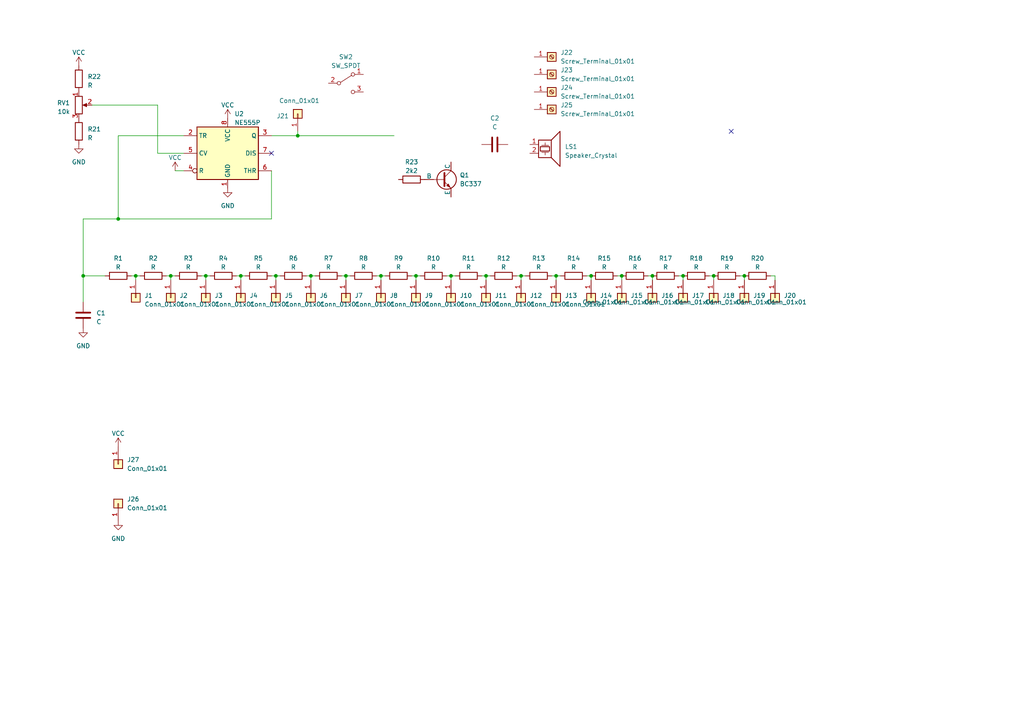
<source format=kicad_sch>
(kicad_sch (version 20230121) (generator eeschema)
  (paper "A4")
  (lib_symbols
    (symbol "Connector:Screw_Terminal_01x01" (pin_names (offset 1.016) hide)
      (property "Reference" "J" (at 0 2.54 0))
      (property "Value" "Screw_Terminal_01x01" (at 0 -2.54 0))
      (symbol "Screw_Terminal_01x01_1_1"
        (rectangle (start -1.27 1.27) (end 1.27 -1.27) (stroke (width 0.254)) (fill (type background)))
        (polyline (pts (xy -0.5334 0.3302) (xy 0.3302 -0.508)) (stroke (width 0.1524)))
        (polyline (pts (xy -0.3556 0.508) (xy 0.508 -0.3302)) (stroke (width 0.1524)))
        (circle (center 0 0) (radius 0.635) (stroke (width 0.1524)))
        (pin passive line (at -5.08 0 0) (length 3.81) (name "Pin_1") (number "1"))
      )
    )
    (symbol "Connector_Generic:Conn_01x01" (pin_names (offset 1.016) hide)
      (property "Reference" "J" (at 0 2.54 0))
      (property "Value" "Conn_01x01" (at 0 -2.54 0))
      (symbol "Conn_01x01_1_1"
        (rectangle (start -1.27 0.127) (end 0 -0.127) (stroke (width 0.1524)))
        (rectangle (start -1.27 1.27) (end 1.27 -1.27) (stroke (width 0.254)) (fill (type background)))
        (pin passive line (at -5.08 0 0) (length 3.81) (name "Pin_1") (number "1"))
      )
    )
    (symbol "Device:C" (pin_numbers hide) (pin_names (offset 0.254))
      (property "Reference" "C" (at 0.635 2.54 0))
      (property "Value" "C" (at 0.635 -2.54 0))
      (symbol "C_0_1"
        (polyline (pts (xy -2.032 -0.762) (xy 2.032 -0.762)) (stroke (width 0.508)))
        (polyline (pts (xy -2.032 0.762) (xy 2.032 0.762)) (stroke (width 0.508)))
      )
      (symbol "C_1_1"
        (pin passive line (at 0 3.81 270) (length 2.794) (name "~") (number "1"))
        (pin passive line (at 0 -3.81 90) (length 2.794) (name "~") (number "2"))
      )
    )
    (symbol "Device:R" (pin_numbers hide) (pin_names (offset 0))
      (property "Reference" "R" (at 2.032 0 90))
      (property "Value" "R" (at 0 0 90))
      (symbol "R_0_1"
        (rectangle (start -1.016 -2.54) (end 1.016 2.54) (stroke (width 0.254)))
      )
      (symbol "R_1_1"
        (pin passive line (at 0 3.81 270) (length 1.27) (name "~") (number "1"))
        (pin passive line (at 0 -3.81 90) (length 1.27) (name "~") (number "2"))
      )
    )
    (symbol "Device:R_Potentiometer" (pin_names (offset 1.016) hide)
      (property "Reference" "RV" (at -4.445 0 90))
      (property "Value" "R_Potentiometer" (at -2.54 0 90))
      (symbol "R_Potentiometer_0_1"
        (polyline (pts (xy 2.54 0) (xy 1.524 0)))
        (polyline (pts (xy 1.143 0) (xy 2.286 0.508) (xy 2.286 -0.508) (xy 1.143 0)) (fill (type outline)))
        (rectangle (start 1.016 2.54) (end -1.016 -2.54) (stroke (width 0.254)))
      )
      (symbol "R_Potentiometer_1_1"
        (pin passive line (at 0 3.81 270) (length 1.27) (name "1") (number "1"))
        (pin passive line (at 3.81 0 180) (length 1.27) (name "2") (number "2"))
        (pin passive line (at 0 -3.81 90) (length 1.27) (name "3") (number "3"))
      )
    )
    (symbol "Device:Speaker_Crystal" (pin_names (offset 0) hide)
      (property "Reference" "LS" (at 0.635 5.715 0))
      (property "Value" "Speaker_Crystal" (at 0.635 3.81 0))
      (symbol "Speaker_Crystal_0_0"
        (rectangle (start -2.54 1.27) (end 1.143 -3.81) (stroke (width 0.254)))
        (rectangle (start -2.032 -0.635) (end 0.635 -1.905) (stroke (width 0.254)))
        (polyline (pts (xy -1.651 -2.286) (xy 0.381 -2.286)))
        (polyline (pts (xy -1.651 -0.254) (xy 0.381 -0.254)))
        (polyline (pts (xy -0.635 -2.286) (xy -0.635 -3.048)))
        (polyline (pts (xy -0.635 -0.254) (xy -0.635 0.508)))
        (polyline (pts (xy 1.143 1.27) (xy 3.683 3.81) (xy 3.683 -6.35) (xy 1.143 -3.81)) (stroke (width 0.254)))
      )
      (symbol "Speaker_Crystal_1_1"
        (pin input line (at -5.08 0 0) (length 2.54) (name "1") (number "1"))
        (pin input line (at -5.08 -2.54 0) (length 2.54) (name "2") (number "2"))
      )
    )
    (symbol "Simulation_SPICE:NPN" (pin_numbers hide) (pin_names (offset 0))
      (property "Reference" "Q" (at -2.54 7.62 0))
      (property "Value" "NPN" (at -2.54 5.08 0))
      (symbol "NPN_0_1"
        (polyline (pts (xy -2.54 0) (xy 0.635 0)) (stroke (width 0.1524)))
        (polyline (pts (xy 0.635 0.635) (xy 2.54 2.54)))
        (polyline (pts (xy 2.794 -1.27) (xy 2.794 -1.27)) (stroke (width 0.1524)))
        (polyline (pts (xy 2.794 -1.27) (xy 2.794 -1.27)) (stroke (width 0.1524)))
        (polyline (pts (xy 0.635 -0.635) (xy 2.54 -2.54) (xy 2.54 -2.54)))
        (polyline (pts (xy 0.635 1.905) (xy 0.635 -1.905) (xy 0.635 -1.905)) (stroke (width 0.508)))
        (polyline (pts (xy 1.27 -1.778) (xy 1.778 -1.27) (xy 2.286 -2.286) (xy 1.27 -1.778) (xy 1.27 -1.778)) (fill (type outline)))
        (circle (center 1.27 0) (radius 2.8194) (stroke (width 0.254)))
      )
      (symbol "NPN_1_1"
        (pin open_collector line (at 2.54 5.08 270) (length 2.54) (name "C") (number "1"))
        (pin input line (at -5.08 0 0) (length 2.54) (name "B") (number "2"))
        (pin open_emitter line (at 2.54 -5.08 90) (length 2.54) (name "E") (number "3"))
      )
    )
    (symbol "Switch:SW_SPDT" (pin_names (offset 0) hide)
      (property "Reference" "SW" (at 0 4.318 0))
      (property "Value" "SW_SPDT" (at 0 -5.08 0))
      (symbol "SW_SPDT_0_0"
        (circle (center -2.032 0) (radius 0.508))
        (circle (center 2.032 -2.54) (radius 0.508))
      )
      (symbol "SW_SPDT_0_1"
        (polyline (pts (xy -1.524 0.254) (xy 1.651 2.286)))
        (circle (center 2.032 2.54) (radius 0.508))
      )
      (symbol "SW_SPDT_1_1"
        (pin passive line (at 5.08 2.54 180) (length 2.54) (name "A") (number "1"))
        (pin passive line (at -5.08 0 0) (length 2.54) (name "B") (number "2"))
        (pin passive line (at 5.08 -2.54 180) (length 2.54) (name "C") (number "3"))
      )
    )
    (symbol "Timer:NE555P"
      (property "Reference" "U" (at -10.16 8.89 0))
      (property "Value" "NE555P" (at 2.54 8.89 0))
      (symbol "NE555P_0_0"
        (pin power_in line (at 0 -10.16 90) (length 2.54) (name "GND") (number "1"))
        (pin power_in line (at 0 10.16 270) (length 2.54) (name "VCC") (number "8"))
      )
      (symbol "NE555P_0_1"
        (rectangle (start -8.89 -7.62) (end 8.89 7.62) (stroke (width 0.254)) (fill (type background)))
        (rectangle (start -8.89 -7.62) (end 8.89 7.62) (stroke (width 0.254)) (fill (type background)))
      )
      (symbol "NE555P_1_1"
        (pin input line (at -12.7 5.08 0) (length 3.81) (name "TR") (number "2"))
        (pin output line (at 12.7 5.08 180) (length 3.81) (name "Q") (number "3"))
        (pin input inverted (at -12.7 -5.08 0) (length 3.81) (name "R") (number "4"))
        (pin input line (at -12.7 0 0) (length 3.81) (name "CV") (number "5"))
        (pin input line (at 12.7 -5.08 180) (length 3.81) (name "THR") (number "6"))
        (pin input line (at 12.7 0 180) (length 3.81) (name "DIS") (number "7"))
      )
    )
    (symbol "power:GND" (power) (pin_names (offset 0))
      (property "Value" "GND" (at 0 -3.81 0))
      (symbol "GND_0_1"
        (polyline (pts (xy 0 0) (xy 0 -1.27) (xy 1.27 -1.27) (xy 0 -2.54) (xy -1.27 -1.27) (xy 0 -1.27)))
      )
      (symbol "GND_1_1"
        (pin power_in line (at 0 0 270) (length 0) hide (name "GND") (number "1"))
      )
    )
    (symbol "power:VCC" (power) (pin_names (offset 0))
      (property "Value" "VCC" (at 0 3.81 0))
      (symbol "VCC_0_1"
        (polyline (pts (xy -0.762 1.27) (xy 0 2.54)))
        (polyline (pts (xy 0 0) (xy 0 2.54)))
        (polyline (pts (xy 0 2.54) (xy 0.762 1.27)))
      )
      (symbol "VCC_1_1"
        (pin power_in line (at 0 0 90) (length 0) hide (name "VCC") (number "1"))
      )
    )
  )
  (junction (at 80.01 80.01))
  (junction (at 49.53 80.01))
  (junction (at 39.37 80.01))
  (junction (at 180.34 80.01))
  (junction (at 59.69 80.01))
  (junction (at 130.81 80.01))
  (junction (at 151.13 80.01))
  (junction (at 161.29 80.01))
  (junction (at 207.01 80.01))
  (junction (at 100.33 80.01))
  (junction (at 34.29 63.5))
  (junction (at 90.17 80.01))
  (junction (at 215.9 80.01))
  (junction (at 120.65 80.01))
  (junction (at 171.45 80.01))
  (junction (at 189.23 80.01))
  (junction (at 140.97 80.01))
  (junction (at 198.12 80.01))
  (junction (at 86.36 39.37))
  (junction (at 69.85 80.01))
  (junction (at 110.49 80.01))
  (junction (at 24.13 80.01))
  (no_connect (at 78.74 44.45))
  (no_connect (at 212.09 38.1))
  (wire (pts (xy 80.01 80.01) (xy 80.01 81.28)))
  (wire (pts (xy 149.86 80.01) (xy 151.13 80.01)))
  (wire (pts (xy 130.81 80.01) (xy 132.08 80.01)))
  (wire (pts (xy 160.02 80.01) (xy 161.29 80.01)))
  (wire (pts (xy 78.74 39.37) (xy 86.36 39.37)))
  (wire (pts (xy 215.9 80.01) (xy 215.9 81.28)))
  (wire (pts (xy 189.23 80.01) (xy 189.23 81.28)))
  (wire (pts (xy 80.01 80.01) (xy 81.28 80.01)))
  (wire (pts (xy 130.81 80.01) (xy 130.81 81.28)))
  (wire (pts (xy 198.12 80.01) (xy 198.12 81.28)))
  (wire (pts (xy 140.97 80.01) (xy 142.24 80.01)))
  (wire (pts (xy 34.29 63.5) (xy 78.74 63.5)))
  (wire (pts (xy 119.38 80.01) (xy 120.65 80.01)))
  (wire (pts (xy 90.17 80.01) (xy 91.44 80.01)))
  (wire (pts (xy 151.13 80.01) (xy 151.13 81.28)))
  (wire (pts (xy 170.18 80.01) (xy 171.45 80.01)))
  (wire (pts (xy 196.85 80.01) (xy 198.12 80.01)))
  (wire (pts (xy 223.52 80.01) (xy 224.79 80.01)))
  (wire (pts (xy 129.54 80.01) (xy 130.81 80.01)))
  (wire (pts (xy 120.65 80.01) (xy 120.65 81.28)))
  (wire (pts (xy 34.29 63.5) (xy 24.13 63.5)))
  (wire (pts (xy 38.1 80.01) (xy 39.37 80.01)))
  (wire (pts (xy 88.9 80.01) (xy 90.17 80.01)))
  (wire (pts (xy 58.42 80.01) (xy 59.69 80.01)))
  (wire (pts (xy 59.69 80.01) (xy 59.69 81.28)))
  (wire (pts (xy 49.53 80.01) (xy 49.53 81.28)))
  (wire (pts (xy 120.65 80.01) (xy 121.92 80.01)))
  (wire (pts (xy 187.96 80.01) (xy 189.23 80.01)))
  (wire (pts (xy 24.13 80.01) (xy 24.13 63.5)))
  (wire (pts (xy 171.45 80.01) (xy 171.45 81.28)))
  (wire (pts (xy 86.36 39.37) (xy 114.3 39.37)))
  (wire (pts (xy 109.22 80.01) (xy 110.49 80.01)))
  (wire (pts (xy 34.29 39.37) (xy 53.34 39.37)))
  (wire (pts (xy 86.36 38.1) (xy 86.36 39.37)))
  (wire (pts (xy 24.13 80.01) (xy 24.13 87.63)))
  (wire (pts (xy 34.29 39.37) (xy 34.29 63.5)))
  (wire (pts (xy 100.33 80.01) (xy 101.6 80.01)))
  (wire (pts (xy 39.37 80.01) (xy 40.64 80.01)))
  (wire (pts (xy 110.49 80.01) (xy 110.49 81.28)))
  (wire (pts (xy 30.48 80.01) (xy 24.13 80.01)))
  (wire (pts (xy 224.79 80.01) (xy 224.79 81.28)))
  (wire (pts (xy 45.72 44.45) (xy 53.34 44.45)))
  (wire (pts (xy 68.58 80.01) (xy 69.85 80.01)))
  (wire (pts (xy 100.33 80.01) (xy 100.33 81.28)))
  (wire (pts (xy 50.8 49.53) (xy 53.34 49.53)))
  (wire (pts (xy 205.74 80.01) (xy 207.01 80.01)))
  (wire (pts (xy 59.69 80.01) (xy 60.96 80.01)))
  (wire (pts (xy 78.74 80.01) (xy 80.01 80.01)))
  (wire (pts (xy 140.97 80.01) (xy 140.97 81.28)))
  (wire (pts (xy 78.74 49.53) (xy 78.74 63.5)))
  (wire (pts (xy 161.29 80.01) (xy 162.56 80.01)))
  (wire (pts (xy 139.7 80.01) (xy 140.97 80.01)))
  (wire (pts (xy 48.26 80.01) (xy 49.53 80.01)))
  (wire (pts (xy 110.49 80.01) (xy 111.76 80.01)))
  (wire (pts (xy 26.67 30.48) (xy 45.72 30.48)))
  (wire (pts (xy 214.63 80.01) (xy 215.9 80.01)))
  (wire (pts (xy 179.07 80.01) (xy 180.34 80.01)))
  (wire (pts (xy 151.13 80.01) (xy 152.4 80.01)))
  (wire (pts (xy 99.06 80.01) (xy 100.33 80.01)))
  (wire (pts (xy 90.17 80.01) (xy 90.17 81.28)))
  (wire (pts (xy 161.29 80.01) (xy 161.29 81.28)))
  (wire (pts (xy 69.85 80.01) (xy 69.85 81.28)))
  (wire (pts (xy 39.37 80.01) (xy 39.37 81.28)))
  (wire (pts (xy 69.85 80.01) (xy 71.12 80.01)))
  (wire (pts (xy 180.34 80.01) (xy 180.34 81.28)))
  (wire (pts (xy 45.72 30.48) (xy 45.72 44.45)))
  (wire (pts (xy 49.53 80.01) (xy 50.8 80.01)))
  (wire (pts (xy 207.01 80.01) (xy 207.01 81.28)))
  (symbol (lib_id "Connector_Generic:Conn_01x01") (at 224.79 86.36 270) (unit 1)
    (property "Reference" "J20" (at 227.33 85.725 90) (effects (justify left)))
    (property "Value" "Conn_01x01" (at 222.25 87.63 90) (effects (justify left)))
    (property "Footprint" "TestPoint:TestPoint_Pad_D1.0mm" (effects hide))
  )
  (symbol (lib_id "Connector:Screw_Terminal_01x01") (at 160.02 26.67 0) (unit 1)
    (property "Reference" "J24" (at 162.56 25.4 0) (effects (justify left)))
    (property "Value" "Screw_Terminal_01x01" (at 162.56 27.94 0) (effects (justify left)))
    (property "Footprint" "MountingHole:MountingHole_4.3mm_M4_ISO14580_Pad" (effects hide))
  )
  (symbol (lib_id "Connector_Generic:Conn_01x01") (at 140.97 86.36 270) (unit 1)
    (property "Reference" "J11" (at 143.51 85.725 90) (effects (justify left)))
    (property "Value" "Conn_01x01" (at 143.51 88.265 90) (effects (justify left)))
    (property "Footprint" "TestPoint:TestPoint_Pad_D1.0mm" (effects hide))
  )
  (symbol (lib_id "power:VCC") (at 66.04 34.29 0) (unit 1)
    (property "Reference" "#PWR05" (effects hide))
    (property "Value" "VCC" (at 66.04 30.48 0))
  )
  (symbol (lib_id "Connector_Generic:Conn_01x01") (at 90.17 86.36 270) (unit 1)
    (property "Reference" "J6" (at 92.71 85.725 90) (effects (justify left)))
    (property "Value" "Conn_01x01" (at 92.71 88.265 90) (effects (justify left)))
    (property "Footprint" "TestPoint:TestPoint_Pad_D1.0mm" (effects hide))
  )
  (symbol (lib_id "Timer:NE555P") (at 66.04 44.45 0) (unit 1)
    (property "Reference" "U2" (at 67.9959 33.02 0) (effects (justify left)))
    (property "Value" "NE555P" (at 67.9959 35.56 0) (effects (justify left)))
    (property "Footprint" "Package_DIP:DIP-8_W7.62mm" (effects hide))
    (property "Datasheet" "http://www.ti.com/lit/ds/symlink/ne555.pdf" (effects hide))
  )
  (symbol (lib_id "Device:R") (at 201.93 80.01 90) (unit 1)
    (property "Reference" "R18" (at 201.93 74.93 90))
    (property "Value" "R" (at 201.93 77.47 90))
    (property "Footprint" "Resistor_THT:R_Axial_DIN0207_L6.3mm_D2.5mm_P10.16mm_Horizontal" (effects hide))
  )
  (symbol (lib_id "Device:R") (at 22.86 38.1 180) (unit 1)
    (property "Reference" "R21" (at 25.4 37.465 0) (effects (justify right)))
    (property "Value" "R" (at 25.4 40.005 0) (effects (justify right)))
    (property "Footprint" "Resistor_THT:R_Axial_DIN0207_L6.3mm_D2.5mm_P10.16mm_Horizontal" (effects hide))
  )
  (symbol (lib_id "Connector_Generic:Conn_01x01") (at 59.69 86.36 270) (unit 1)
    (property "Reference" "J3" (at 62.23 85.725 90) (effects (justify left)))
    (property "Value" "Conn_01x01" (at 62.23 88.265 90) (effects (justify left)))
    (property "Footprint" "TestPoint:TestPoint_Pad_D1.0mm" (effects hide))
  )
  (symbol (lib_id "Device:R") (at 64.77 80.01 90) (unit 1)
    (property "Reference" "R4" (at 64.77 74.93 90))
    (property "Value" "R" (at 64.77 77.47 90))
    (property "Footprint" "Resistor_THT:R_Axial_DIN0207_L6.3mm_D2.5mm_P10.16mm_Horizontal" (effects hide))
  )
  (symbol (lib_id "Connector_Generic:Conn_01x01") (at 39.37 86.36 270) (unit 1)
    (property "Reference" "J1" (at 41.91 85.725 90) (effects (justify left)))
    (property "Value" "Conn_01x01" (at 41.91 88.265 90) (effects (justify left)))
    (property "Footprint" "TestPoint:TestPoint_Pad_D1.0mm" (effects hide))
  )
  (symbol (lib_id "Switch:SW_SPDT") (at 100.33 24.13 0) (unit 1)
    (property "Reference" "SW2" (at 100.33 16.51 0))
    (property "Value" "SW_SPDT" (at 100.33 19.05 0))
  )
  (symbol (lib_id "Device:R") (at 166.37 80.01 90) (unit 1)
    (property "Reference" "R14" (at 166.37 74.93 90))
    (property "Value" "R" (at 166.37 77.47 90))
    (property "Footprint" "Resistor_THT:R_Axial_DIN0207_L6.3mm_D2.5mm_P10.16mm_Horizontal" (effects hide))
  )
  (symbol (lib_id "Device:R") (at 74.93 80.01 90) (unit 1)
    (property "Reference" "R5" (at 74.93 74.93 90))
    (property "Value" "R" (at 74.93 77.47 90))
    (property "Footprint" "Resistor_THT:R_Axial_DIN0207_L6.3mm_D2.5mm_P10.16mm_Horizontal" (effects hide))
  )
  (symbol (lib_id "Device:R") (at 146.05 80.01 90) (unit 1)
    (property "Reference" "R12" (at 146.05 74.93 90))
    (property "Value" "R" (at 146.05 77.47 90))
    (property "Footprint" "Resistor_THT:R_Axial_DIN0207_L6.3mm_D2.5mm_P10.16mm_Horizontal" (effects hide))
  )
  (symbol (lib_id "Device:R") (at 105.41 80.01 90) (unit 1)
    (property "Reference" "R8" (at 105.41 74.93 90))
    (property "Value" "R" (at 105.41 77.47 90))
    (property "Footprint" "Resistor_THT:R_Axial_DIN0207_L6.3mm_D2.5mm_P10.16mm_Horizontal" (effects hide))
  )
  (symbol (lib_id "power:VCC") (at 34.29 129.54 0) (unit 1)
    (property "Reference" "#PWR09" (effects hide))
    (property "Value" "VCC" (at 34.29 125.73 0))
  )
  (symbol (lib_id "Device:R") (at 210.82 80.01 90) (unit 1)
    (property "Reference" "R19" (at 210.82 74.93 90))
    (property "Value" "R" (at 210.82 77.47 90))
    (property "Footprint" "Resistor_THT:R_Axial_DIN0207_L6.3mm_D2.5mm_P10.16mm_Horizontal" (effects hide))
  )
  (symbol (lib_id "Device:R") (at 184.15 80.01 90) (unit 1)
    (property "Reference" "R16" (at 184.15 74.93 90))
    (property "Value" "R" (at 184.15 77.47 90))
    (property "Footprint" "Resistor_THT:R_Axial_DIN0207_L6.3mm_D2.5mm_P10.16mm_Horizontal" (effects hide))
  )
  (symbol (lib_id "Simulation_SPICE:NPN") (at 128.27 52.07 0) (unit 1)
    (property "Reference" "Q1" (at 133.35 50.8 0) (effects (justify left)))
    (property "Value" "BC337" (at 133.35 53.34 0) (effects (justify left)))
    (property "Sim.Device" "NPN" (effects hide))
    (property "Sim.Type" "GUMMELPOON" (effects hide))
    (property "Sim.Pins" "1=C 2=B 3=E" (effects hide))
  )
  (symbol (lib_id "Device:C") (at 24.13 91.44 0) (unit 1)
    (property "Reference" "C1" (at 27.94 90.805 0) (effects (justify left)))
    (property "Value" "C" (at 27.94 93.345 0) (effects (justify left)))
  )
  (symbol (lib_id "Connector_Generic:Conn_01x01") (at 151.13 86.36 270) (unit 1)
    (property "Reference" "J12" (at 153.67 85.725 90) (effects (justify left)))
    (property "Value" "Conn_01x01" (at 153.67 88.265 90) (effects (justify left)))
    (property "Footprint" "TestPoint:TestPoint_Pad_D1.0mm" (effects hide))
  )
  (symbol (lib_id "Connector_Generic:Conn_01x01") (at 100.33 86.36 270) (unit 1)
    (property "Reference" "J7" (at 102.87 85.725 90) (effects (justify left)))
    (property "Value" "Conn_01x01" (at 102.87 88.265 90) (effects (justify left)))
    (property "Footprint" "TestPoint:TestPoint_Pad_D1.0mm" (effects hide))
  )
  (symbol (lib_id "Connector_Generic:Conn_01x01") (at 171.45 86.36 270) (unit 1)
    (property "Reference" "J14" (at 173.99 85.725 90) (effects (justify left)))
    (property "Value" "Conn_01x01" (at 168.91 87.63 90) (effects (justify left)))
    (property "Footprint" "TestPoint:TestPoint_Pad_D1.0mm" (effects hide))
  )
  (symbol (lib_id "Device:R") (at 175.26 80.01 90) (unit 1)
    (property "Reference" "R15" (at 175.26 74.93 90))
    (property "Value" "R" (at 175.26 77.47 90))
    (property "Footprint" "Resistor_THT:R_Axial_DIN0207_L6.3mm_D2.5mm_P10.16mm_Horizontal" (effects hide))
  )
  (symbol (lib_id "Connector_Generic:Conn_01x01") (at 110.49 86.36 270) (unit 1)
    (property "Reference" "J8" (at 113.03 85.725 90) (effects (justify left)))
    (property "Value" "Conn_01x01" (at 113.03 88.265 90) (effects (justify left)))
    (property "Footprint" "TestPoint:TestPoint_Pad_D1.0mm" (effects hide))
  )
  (symbol (lib_id "Device:Speaker_Crystal") (at 158.75 41.91 0) (unit 1)
    (property "Reference" "LS1" (at 163.83 42.545 0) (effects (justify left)))
    (property "Value" "Speaker_Crystal" (at 163.83 45.085 0) (effects (justify left)))
    (property "Footprint" "MountingHole:MountingHole_4.3mm_M4_ISO14580_Pad" (effects hide))
  )
  (symbol (lib_id "Device:R") (at 156.21 80.01 90) (unit 1)
    (property "Reference" "R13" (at 156.21 74.93 90))
    (property "Value" "R" (at 156.21 77.47 90))
    (property "Footprint" "Resistor_THT:R_Axial_DIN0207_L6.3mm_D2.5mm_P10.16mm_Horizontal" (effects hide))
  )
  (symbol (lib_id "Connector_Generic:Conn_01x01") (at 161.29 86.36 270) (unit 1)
    (property "Reference" "J13" (at 163.83 85.725 90) (effects (justify left)))
    (property "Value" "Conn_01x01" (at 163.83 88.265 90) (effects (justify left)))
    (property "Footprint" "TestPoint:TestPoint_Pad_D1.0mm" (effects hide))
  )
  (symbol (lib_id "Connector_Generic:Conn_01x01") (at 130.81 86.36 270) (unit 1)
    (property "Reference" "J10" (at 133.35 85.725 90) (effects (justify left)))
    (property "Value" "Conn_01x01" (at 133.35 88.265 90) (effects (justify left)))
    (property "Footprint" "TestPoint:TestPoint_Pad_D1.0mm" (effects hide))
  )
  (symbol (lib_id "Device:R") (at 85.09 80.01 90) (unit 1)
    (property "Reference" "R6" (at 85.09 74.93 90))
    (property "Value" "R" (at 85.09 77.47 90))
    (property "Footprint" "Resistor_THT:R_Axial_DIN0207_L6.3mm_D2.5mm_P10.16mm_Horizontal" (effects hide))
  )
  (symbol (lib_id "Connector_Generic:Conn_01x01") (at 180.34 86.36 270) (unit 1)
    (property "Reference" "J15" (at 182.88 85.725 90) (effects (justify left)))
    (property "Value" "Conn_01x01" (at 177.8 87.63 90) (effects (justify left)))
    (property "Footprint" "TestPoint:TestPoint_Pad_D1.0mm" (effects hide))
  )
  (symbol (lib_id "Device:R") (at 95.25 80.01 90) (unit 1)
    (property "Reference" "R7" (at 95.25 74.93 90))
    (property "Value" "R" (at 95.25 77.47 90))
    (property "Footprint" "Resistor_THT:R_Axial_DIN0207_L6.3mm_D2.5mm_P10.16mm_Horizontal" (effects hide))
  )
  (symbol (lib_id "Connector:Screw_Terminal_01x01") (at 160.02 16.51 0) (unit 1)
    (property "Reference" "J22" (at 162.56 15.24 0) (effects (justify left)))
    (property "Value" "Screw_Terminal_01x01" (at 162.56 17.78 0) (effects (justify left)))
    (property "Footprint" "MountingHole:MountingHole_4.3mm_M4_ISO14580_Pad" (effects hide))
  )
  (symbol (lib_id "Device:R") (at 219.71 80.01 90) (unit 1)
    (property "Reference" "R20" (at 219.71 74.93 90))
    (property "Value" "R" (at 219.71 77.47 90))
    (property "Footprint" "Resistor_THT:R_Axial_DIN0207_L6.3mm_D2.5mm_P10.16mm_Horizontal" (effects hide))
  )
  (symbol (lib_id "power:GND") (at 24.13 95.25 0) (unit 1)
    (property "Reference" "#PWR03" (effects hide))
    (property "Value" "GND" (at 24.13 100.33 0))
  )
  (symbol (lib_id "Connector_Generic:Conn_01x01") (at 215.9 86.36 270) (unit 1)
    (property "Reference" "J19" (at 218.44 85.725 90) (effects (justify left)))
    (property "Value" "Conn_01x01" (at 213.36 87.63 90) (effects (justify left)))
    (property "Footprint" "TestPoint:TestPoint_Pad_D1.0mm" (effects hide))
  )
  (symbol (lib_id "Connector_Generic:Conn_01x01") (at 34.29 134.62 270) (unit 1)
    (property "Reference" "J27" (at 36.83 133.35 90) (effects (justify left)))
    (property "Value" "Conn_01x01" (at 36.83 135.89 90) (effects (justify left)))
    (property "Footprint" "TestPoint:TestPoint_Pad_D1.0mm" (effects hide))
  )
  (symbol (lib_id "Device:R") (at 115.57 80.01 90) (unit 1)
    (property "Reference" "R9" (at 115.57 74.93 90))
    (property "Value" "R" (at 115.57 77.47 90))
    (property "Footprint" "Resistor_THT:R_Axial_DIN0207_L6.3mm_D2.5mm_P10.16mm_Horizontal" (effects hide))
  )
  (symbol (lib_id "Connector_Generic:Conn_01x01") (at 86.36 33.02 90) (unit 1)
    (property "Reference" "J21" (at 83.82 33.655 90) (effects (justify left)))
    (property "Value" "Conn_01x01" (at 92.71 29.21 90) (effects (justify left)))
    (property "Footprint" "TestPoint:TestPoint_Pad_D1.0mm" (effects hide))
  )
  (symbol (lib_id "Device:R_Potentiometer") (at 22.86 30.48 0) (unit 1)
    (property "Reference" "RV1" (at 20.32 29.845 0) (effects (justify right)))
    (property "Value" "10k" (at 20.32 32.385 0) (effects (justify right)))
  )
  (symbol (lib_id "power:GND") (at 66.04 54.61 0) (unit 1)
    (property "Reference" "#PWR01" (effects hide))
    (property "Value" "GND" (at 66.04 59.69 0))
  )
  (symbol (lib_id "Device:C") (at 143.51 41.91 90) (unit 1)
    (property "Reference" "C2" (at 143.51 34.29 90))
    (property "Value" "C" (at 143.51 36.83 90))
  )
  (symbol (lib_id "Device:R") (at 119.38 52.07 90) (unit 1)
    (property "Reference" "R23" (at 119.38 46.99 90))
    (property "Value" "2k2" (at 119.38 49.53 90))
    (property "Footprint" "Resistor_THT:R_Axial_DIN0207_L6.3mm_D2.5mm_P10.16mm_Horizontal" (effects hide))
  )
  (symbol (lib_id "Device:R") (at 44.45 80.01 90) (unit 1)
    (property "Reference" "R2" (at 44.45 74.93 90))
    (property "Value" "R" (at 44.45 77.47 90))
    (property "Footprint" "Resistor_THT:R_Axial_DIN0207_L6.3mm_D2.5mm_P10.16mm_Horizontal" (effects hide))
  )
  (symbol (lib_id "Device:R") (at 193.04 80.01 90) (unit 1)
    (property "Reference" "R17" (at 193.04 74.93 90))
    (property "Value" "R" (at 193.04 77.47 90))
    (property "Footprint" "Resistor_THT:R_Axial_DIN0207_L6.3mm_D2.5mm_P10.16mm_Horizontal" (effects hide))
  )
  (symbol (lib_id "Connector_Generic:Conn_01x01") (at 69.85 86.36 270) (unit 1)
    (property "Reference" "J4" (at 72.39 85.725 90) (effects (justify left)))
    (property "Value" "Conn_01x01" (at 72.39 88.265 90) (effects (justify left)))
    (property "Footprint" "TestPoint:TestPoint_Pad_D1.0mm" (effects hide))
  )
  (symbol (lib_id "Connector_Generic:Conn_01x01") (at 189.23 86.36 270) (unit 1)
    (property "Reference" "J16" (at 191.77 85.725 90) (effects (justify left)))
    (property "Value" "Conn_01x01" (at 186.69 87.63 90) (effects (justify left)))
    (property "Footprint" "TestPoint:TestPoint_Pad_D1.0mm" (effects hide))
  )
  (symbol (lib_id "Connector:Screw_Terminal_01x01") (at 160.02 21.59 0) (unit 1)
    (property "Reference" "J23" (at 162.56 20.32 0) (effects (justify left)))
    (property "Value" "Screw_Terminal_01x01" (at 162.56 22.86 0) (effects (justify left)))
    (property "Footprint" "MountingHole:MountingHole_4.3mm_M4_ISO14580_Pad" (effects hide))
  )
  (symbol (lib_id "power:GND") (at 34.29 151.13 0) (unit 1)
    (property "Reference" "#PWR08" (effects hide))
    (property "Value" "GND" (at 34.29 156.21 0))
  )
  (symbol (lib_id "Connector_Generic:Conn_01x01") (at 120.65 86.36 270) (unit 1)
    (property "Reference" "J9" (at 123.19 85.725 90) (effects (justify left)))
    (property "Value" "Conn_01x01" (at 123.19 88.265 90) (effects (justify left)))
    (property "Footprint" "TestPoint:TestPoint_Pad_D1.0mm" (effects hide))
  )
  (symbol (lib_id "power:VCC") (at 50.8 49.53 0) (unit 1)
    (property "Reference" "#PWR02" (effects hide))
    (property "Value" "VCC" (at 50.8 45.72 0))
  )
  (symbol (lib_id "Connector_Generic:Conn_01x01") (at 80.01 86.36 270) (unit 1)
    (property "Reference" "J5" (at 82.55 85.725 90) (effects (justify left)))
    (property "Value" "Conn_01x01" (at 82.55 88.265 90) (effects (justify left)))
    (property "Footprint" "TestPoint:TestPoint_Pad_D1.0mm" (effects hide))
  )
  (symbol (lib_id "Connector_Generic:Conn_01x01") (at 49.53 86.36 270) (unit 1)
    (property "Reference" "J2" (at 52.07 85.725 90) (effects (justify left)))
    (property "Value" "Conn_01x01" (at 52.07 88.265 90) (effects (justify left)))
    (property "Footprint" "TestPoint:TestPoint_Pad_D1.0mm" (effects hide))
  )
  (symbol (lib_id "Device:R") (at 125.73 80.01 90) (unit 1)
    (property "Reference" "R10" (at 125.73 74.93 90))
    (property "Value" "R" (at 125.73 77.47 90))
    (property "Footprint" "Resistor_THT:R_Axial_DIN0207_L6.3mm_D2.5mm_P10.16mm_Horizontal" (effects hide))
  )
  (symbol (lib_id "Device:R") (at 135.89 80.01 90) (unit 1)
    (property "Reference" "R11" (at 135.89 74.93 90))
    (property "Value" "R" (at 135.89 77.47 90))
    (property "Footprint" "Resistor_THT:R_Axial_DIN0207_L6.3mm_D2.5mm_P10.16mm_Horizontal" (effects hide))
  )
  (symbol (lib_id "power:GND") (at 22.86 41.91 0) (unit 1)
    (property "Reference" "#PWR07" (effects hide))
    (property "Value" "GND" (at 22.86 46.99 0))
  )
  (symbol (lib_id "Device:R") (at 34.29 80.01 90) (unit 1)
    (property "Reference" "R1" (at 34.29 74.93 90))
    (property "Value" "R" (at 34.29 77.47 90))
    (property "Footprint" "Resistor_THT:R_Axial_DIN0207_L6.3mm_D2.5mm_P10.16mm_Horizontal" (effects hide))
  )
  (symbol (lib_id "Connector_Generic:Conn_01x01") (at 198.12 86.36 270) (unit 1)
    (property "Reference" "J17" (at 200.66 85.725 90) (effects (justify left)))
    (property "Value" "Conn_01x01" (at 195.58 87.63 90) (effects (justify left)))
    (property "Footprint" "TestPoint:TestPoint_Pad_D1.0mm" (effects hide))
  )
  (symbol (lib_id "Connector:Screw_Terminal_01x01") (at 160.02 31.75 0) (unit 1)
    (property "Reference" "J25" (at 162.56 30.48 0) (effects (justify left)))
    (property "Value" "Screw_Terminal_01x01" (at 162.56 33.02 0) (effects (justify left)))
    (property "Footprint" "MountingHole:MountingHole_4.3mm_M4_ISO14580_Pad" (effects hide))
  )
  (symbol (lib_id "Device:R") (at 22.86 22.86 180) (unit 1)
    (property "Reference" "R22" (at 25.4 22.225 0) (effects (justify right)))
    (property "Value" "R" (at 25.4 24.765 0) (effects (justify right)))
    (property "Footprint" "Resistor_THT:R_Axial_DIN0207_L6.3mm_D2.5mm_P10.16mm_Horizontal" (effects hide))
  )
  (symbol (lib_id "Connector_Generic:Conn_01x01") (at 207.01 86.36 270) (unit 1)
    (property "Reference" "J18" (at 209.55 85.725 90) (effects (justify left)))
    (property "Value" "Conn_01x01" (at 204.47 87.63 90) (effects (justify left)))
    (property "Footprint" "TestPoint:TestPoint_Pad_D1.0mm" (effects hide))
  )
  (symbol (lib_id "power:VCC") (at 22.86 19.05 0) (unit 1)
    (property "Reference" "#PWR06" (effects hide))
    (property "Value" "VCC" (at 22.86 15.24 0))
  )
  (symbol (lib_id "Device:R") (at 54.61 80.01 90) (unit 1)
    (property "Reference" "R3" (at 54.61 74.93 90))
    (property "Value" "R" (at 54.61 77.47 90))
    (property "Footprint" "Resistor_THT:R_Axial_DIN0207_L6.3mm_D2.5mm_P10.16mm_Horizontal" (effects hide))
  )
  (symbol (lib_id "Connector_Generic:Conn_01x01") (at 34.29 146.05 90) (unit 1)
    (property "Reference" "J26" (at 36.83 144.78 90) (effects (justify right)))
    (property "Value" "Conn_01x01" (at 36.83 147.32 90) (effects (justify right)))
    (property "Footprint" "TestPoint:TestPoint_Pad_D1.0mm" (effects hide))
  )
)
</source>
